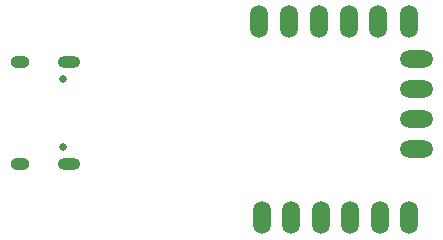
<source format=gbs>
G04 #@! TF.GenerationSoftware,KiCad,Pcbnew,8.0.1*
G04 #@! TF.CreationDate,2024-12-04T18:09:29+05:30*
G04 #@! TF.ProjectId,V1,56312e6b-6963-4616-945f-706362585858,r0.1*
G04 #@! TF.SameCoordinates,Original*
G04 #@! TF.FileFunction,Soldermask,Bot*
G04 #@! TF.FilePolarity,Negative*
%FSLAX46Y46*%
G04 Gerber Fmt 4.6, Leading zero omitted, Abs format (unit mm)*
G04 Created by KiCad (PCBNEW 8.0.1) date 2024-12-04 18:09:29*
%MOMM*%
%LPD*%
G01*
G04 APERTURE LIST*
%ADD10C,1.500000*%
%ADD11R,1.270000X1.524000*%
%ADD12R,1.524000X1.270000*%
%ADD13C,0.650000*%
%ADD14O,1.900000X1.000000*%
%ADD15O,1.600000X1.000000*%
G04 APERTURE END LIST*
D10*
X134290000Y-100000000D03*
D11*
X134925000Y-100000000D03*
D10*
X135560000Y-100000000D03*
X134290000Y-102540000D03*
D11*
X134925000Y-102540000D03*
D10*
X135560000Y-102540000D03*
X129300000Y-107721500D03*
D12*
X129300000Y-108356500D03*
D10*
X129300000Y-108991500D03*
X129200000Y-92380000D03*
D12*
X129200000Y-91745000D03*
D10*
X129200000Y-91110000D03*
X124130000Y-92380000D03*
D12*
X124130000Y-91745000D03*
D10*
X124130000Y-91110000D03*
X121600000Y-92400000D03*
D12*
X121600000Y-91765000D03*
D10*
X121600000Y-91130000D03*
X126800000Y-107700000D03*
D12*
X126800000Y-108335000D03*
D10*
X126800000Y-108970000D03*
X134300000Y-92400000D03*
D12*
X134300000Y-91765000D03*
D10*
X134300000Y-91130000D03*
X131700000Y-92400000D03*
D12*
X131700000Y-91765000D03*
D10*
X131700000Y-91130000D03*
X134300000Y-107721500D03*
D12*
X134300000Y-108356500D03*
D10*
X134300000Y-108991500D03*
X131800000Y-107721500D03*
D12*
X131800000Y-108356500D03*
D10*
X131800000Y-108991500D03*
X134290000Y-97460000D03*
D11*
X134925000Y-97460000D03*
D10*
X135560000Y-97460000D03*
X134290000Y-94920000D03*
D11*
X134925000Y-94920000D03*
D10*
X135560000Y-94920000D03*
X124300000Y-107700000D03*
D12*
X124300000Y-108335000D03*
D10*
X124300000Y-108970000D03*
X121800000Y-107700000D03*
D12*
X121800000Y-108335000D03*
D10*
X121800000Y-108970000D03*
X126670000Y-92380000D03*
D12*
X126670000Y-91745000D03*
D10*
X126670000Y-91110000D03*
D13*
X105000000Y-96610000D03*
X105000000Y-102390000D03*
D14*
X105530000Y-95180000D03*
D15*
X101350000Y-95180000D03*
D14*
X105530000Y-103820000D03*
D15*
X101350000Y-103820000D03*
M02*

</source>
